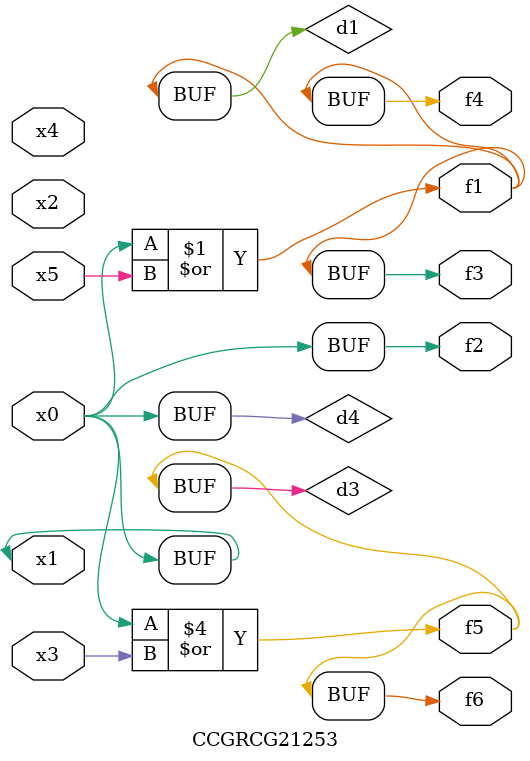
<source format=v>
module CCGRCG21253(
	input x0, x1, x2, x3, x4, x5,
	output f1, f2, f3, f4, f5, f6
);

	wire d1, d2, d3, d4;

	or (d1, x0, x5);
	xnor (d2, x1, x4);
	or (d3, x0, x3);
	buf (d4, x0, x1);
	assign f1 = d1;
	assign f2 = d4;
	assign f3 = d1;
	assign f4 = d1;
	assign f5 = d3;
	assign f6 = d3;
endmodule

</source>
